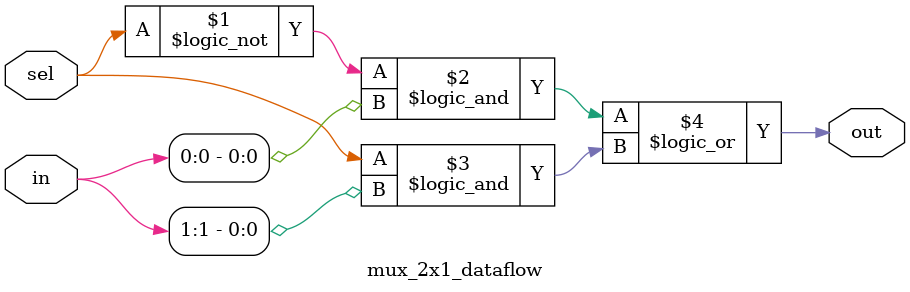
<source format=sv>
module mux_2x1_dataflow(
  input logic[1:0] in, 
  input logic sel, 
  output logic out
); 
  assign out = (!sel && in[0]) || (sel && in[1]);
endmodule 
</source>
